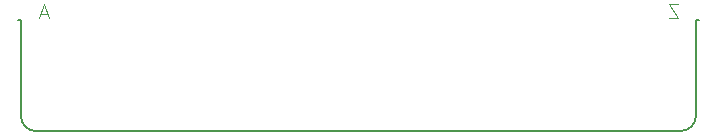
<source format=gbr>
G04 #@! TF.GenerationSoftware,KiCad,Pcbnew,5.0.2-bee76a0~70~ubuntu18.04.1*
G04 #@! TF.CreationDate,2021-04-24T22:48:44-04:00*
G04 #@! TF.ProjectId,SimpleC64Cart,53696d70-6c65-4433-9634-436172742e6b,rev?*
G04 #@! TF.SameCoordinates,Original*
G04 #@! TF.FileFunction,Legend,Bot*
G04 #@! TF.FilePolarity,Positive*
%FSLAX46Y46*%
G04 Gerber Fmt 4.6, Leading zero omitted, Abs format (unit mm)*
G04 Created by KiCad (PCBNEW 5.0.2-bee76a0~70~ubuntu18.04.1) date Sat 24 Apr 2021 10:48:44 PM EDT*
%MOMM*%
%LPD*%
G01*
G04 APERTURE LIST*
%ADD10C,0.127000*%
%ADD11C,0.101600*%
G04 APERTURE END LIST*
D10*
G04 #@! TO.C,X1*
X119672100Y-120053100D02*
X119926100Y-120053100D01*
X177076100Y-120053100D02*
X177330100Y-120053100D01*
X177076100Y-128181100D02*
X177076100Y-120053100D01*
X177076100Y-128181100D02*
G75*
G02X175806100Y-129451100I-1270000J0D01*
G01*
X121196100Y-129451100D02*
X175806100Y-129451100D01*
X121196100Y-129451100D02*
G75*
G02X119926100Y-128181100I0J1270000D01*
G01*
X119926100Y-120053100D02*
X119926100Y-128181100D01*
D11*
X175567702Y-118662147D02*
X174763369Y-118662147D01*
X175567702Y-119868647D01*
X174763369Y-119868647D01*
X122170250Y-119523933D02*
X121595726Y-119523933D01*
X122285155Y-119868647D02*
X121882988Y-118662147D01*
X121480821Y-119868647D01*
G04 #@! TD*
M02*

</source>
